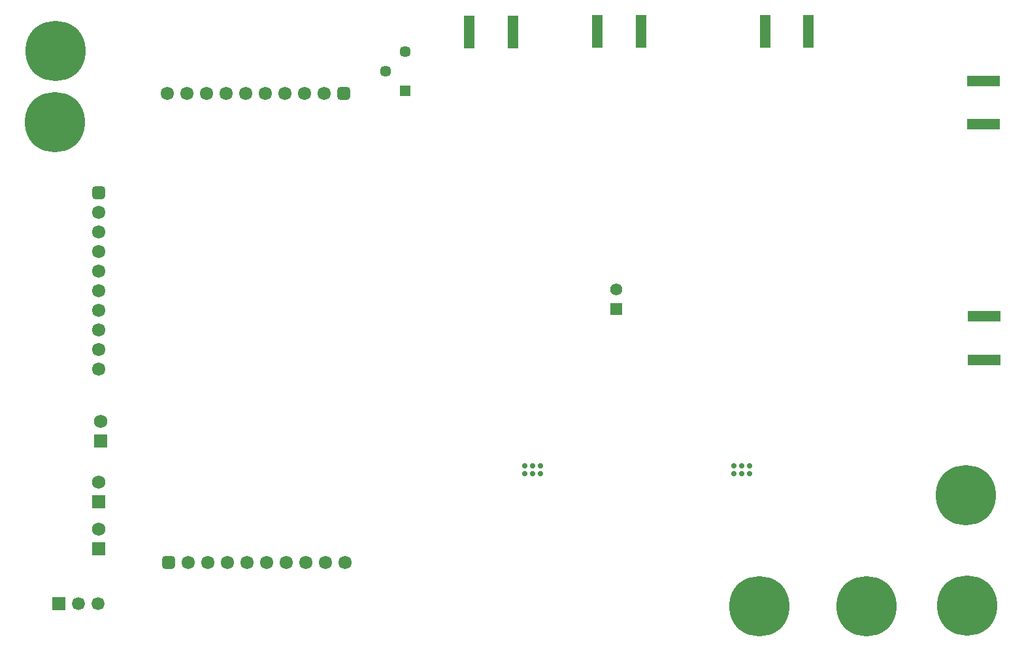
<source format=gbs>
G04*
G04 #@! TF.GenerationSoftware,Altium Limited,Altium Designer,23.8.1 (32)*
G04*
G04 Layer_Color=16711935*
%FSLAX25Y25*%
%MOIN*%
G70*
G04*
G04 #@! TF.SameCoordinates,9FE1DFA8-D547-43E1-8EB2-FABD993C7150*
G04*
G04*
G04 #@! TF.FilePolarity,Negative*
G04*
G01*
G75*
%ADD85R,0.05315X0.16535*%
%ADD87R,0.16535X0.05315*%
%ADD125R,0.06181X0.06181*%
%ADD126C,0.06181*%
%ADD127C,0.05721*%
%ADD128R,0.05721X0.05721*%
%ADD129R,0.06653X0.06653*%
%ADD130C,0.06653*%
%ADD131C,0.06784*%
G04:AMPARAMS|DCode=132|XSize=67.84mil|YSize=67.84mil|CornerRadius=18.96mil|HoleSize=0mil|Usage=FLASHONLY|Rotation=270.000|XOffset=0mil|YOffset=0mil|HoleType=Round|Shape=RoundedRectangle|*
%AMROUNDEDRECTD132*
21,1,0.06784,0.02992,0,0,270.0*
21,1,0.02992,0.06784,0,0,270.0*
1,1,0.03792,-0.01496,-0.01496*
1,1,0.03792,-0.01496,0.01496*
1,1,0.03792,0.01496,0.01496*
1,1,0.03792,0.01496,-0.01496*
%
%ADD132ROUNDEDRECTD132*%
%ADD133R,0.06902X0.06902*%
%ADD134C,0.06902*%
G04:AMPARAMS|DCode=135|XSize=67.84mil|YSize=67.84mil|CornerRadius=18.96mil|HoleSize=0mil|Usage=FLASHONLY|Rotation=0.000|XOffset=0mil|YOffset=0mil|HoleType=Round|Shape=RoundedRectangle|*
%AMROUNDEDRECTD135*
21,1,0.06784,0.02992,0,0,0.0*
21,1,0.02992,0.06784,0,0,0.0*
1,1,0.03792,0.01496,-0.01496*
1,1,0.03792,-0.01496,-0.01496*
1,1,0.03792,-0.01496,0.01496*
1,1,0.03792,0.01496,0.01496*
%
%ADD135ROUNDEDRECTD135*%
%ADD136C,0.30800*%
%ADD137C,0.02769*%
D85*
X430000Y408500D02*
D03*
X452244D02*
D03*
X495378Y408713D02*
D03*
X517622D02*
D03*
X580878D02*
D03*
X603122D02*
D03*
D87*
X692213Y383622D02*
D03*
Y361378D02*
D03*
X692500Y263500D02*
D03*
Y241256D02*
D03*
D125*
X504949Y267102D02*
D03*
D126*
Y277102D02*
D03*
D127*
X397362Y398500D02*
D03*
X387362Y388500D02*
D03*
D128*
X397362Y378500D02*
D03*
D129*
X220500Y117000D02*
D03*
D130*
X230500D02*
D03*
X240500D02*
D03*
D131*
X240850Y236500D02*
D03*
Y246500D02*
D03*
Y266500D02*
D03*
Y286500D02*
D03*
Y296500D02*
D03*
Y306500D02*
D03*
Y316500D02*
D03*
Y276500D02*
D03*
Y256500D02*
D03*
X366500Y137850D02*
D03*
X356500D02*
D03*
X336500D02*
D03*
X316500D02*
D03*
X306500D02*
D03*
X296500D02*
D03*
X286500D02*
D03*
X326500D02*
D03*
X346500D02*
D03*
X276000Y377150D02*
D03*
X286000D02*
D03*
X306000D02*
D03*
X326000D02*
D03*
X336000D02*
D03*
X346000D02*
D03*
X356000D02*
D03*
X316000D02*
D03*
X296000D02*
D03*
D132*
X240850Y326500D02*
D03*
D133*
X242000Y200000D02*
D03*
X241000Y169000D02*
D03*
Y145000D02*
D03*
D134*
X242000Y210000D02*
D03*
X241000Y179000D02*
D03*
Y155000D02*
D03*
D135*
X276500Y137850D02*
D03*
X366000Y377150D02*
D03*
D136*
X683228Y172228D02*
D03*
X578000Y115500D02*
D03*
X218500Y362500D02*
D03*
X632500Y115500D02*
D03*
X684000Y116000D02*
D03*
X219000Y399000D02*
D03*
D137*
X458484Y183323D02*
D03*
Y187260D02*
D03*
X462421Y183323D02*
D03*
Y187260D02*
D03*
X466358Y183323D02*
D03*
Y187260D02*
D03*
X565142Y183240D02*
D03*
Y187177D02*
D03*
X569079Y183240D02*
D03*
Y187177D02*
D03*
X573016Y183240D02*
D03*
Y187177D02*
D03*
M02*

</source>
